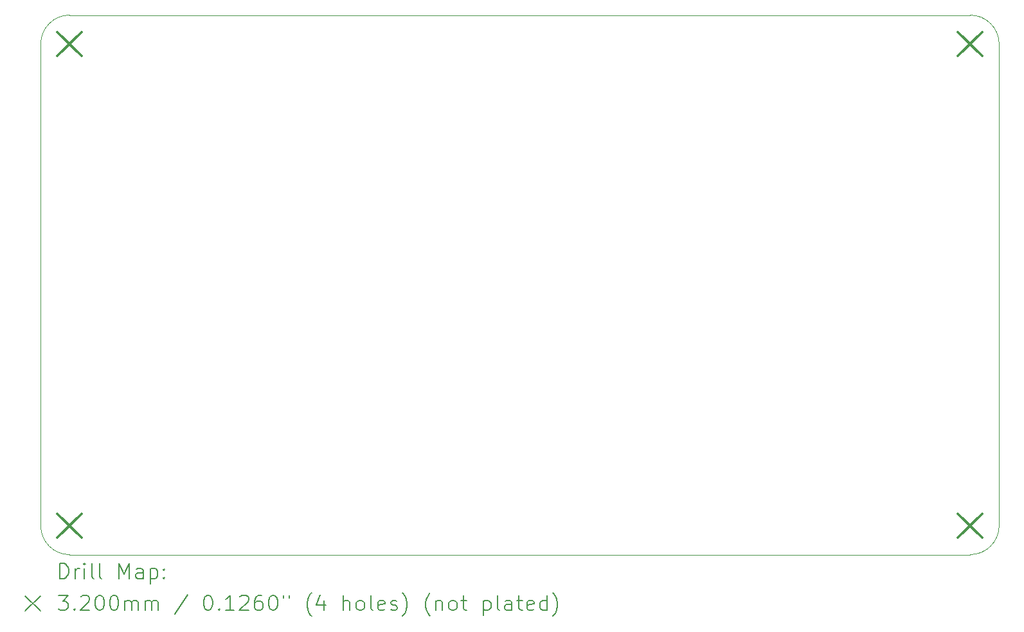
<source format=gbr>
%FSLAX45Y45*%
G04 Gerber Fmt 4.5, Leading zero omitted, Abs format (unit mm)*
G04 Created by KiCad (PCBNEW (6.0.0)) date 2022-01-24 17:50:58*
%MOMM*%
%LPD*%
G01*
G04 APERTURE LIST*
%TA.AperFunction,Profile*%
%ADD10C,0.100000*%
%TD*%
%ADD11C,0.200000*%
%ADD12C,0.320000*%
G04 APERTURE END LIST*
D10*
X11125200Y-12446000D02*
G75*
G03*
X11506200Y-12827000I381000J0D01*
G01*
X23749000Y-12446000D02*
X23749000Y-6096000D01*
X11506200Y-5715000D02*
X23368000Y-5715000D01*
X11506200Y-5715000D02*
G75*
G03*
X11125200Y-6096000I0J-381000D01*
G01*
X23368000Y-12827000D02*
G75*
G03*
X23749000Y-12446000I0J381000D01*
G01*
X11125200Y-6096000D02*
X11125200Y-12446000D01*
X11506200Y-12827000D02*
X23368000Y-12827000D01*
X23749000Y-6096000D02*
G75*
G03*
X23368000Y-5715000I-381000J0D01*
G01*
D11*
D12*
X11346200Y-5936000D02*
X11666200Y-6256000D01*
X11666200Y-5936000D02*
X11346200Y-6256000D01*
X11346200Y-12286000D02*
X11666200Y-12606000D01*
X11666200Y-12286000D02*
X11346200Y-12606000D01*
X23208000Y-5936000D02*
X23528000Y-6256000D01*
X23528000Y-5936000D02*
X23208000Y-6256000D01*
X23208000Y-12286000D02*
X23528000Y-12606000D01*
X23528000Y-12286000D02*
X23208000Y-12606000D01*
D11*
X11377819Y-13142476D02*
X11377819Y-12942476D01*
X11425438Y-12942476D01*
X11454009Y-12952000D01*
X11473057Y-12971048D01*
X11482581Y-12990095D01*
X11492105Y-13028190D01*
X11492105Y-13056762D01*
X11482581Y-13094857D01*
X11473057Y-13113905D01*
X11454009Y-13132952D01*
X11425438Y-13142476D01*
X11377819Y-13142476D01*
X11577819Y-13142476D02*
X11577819Y-13009143D01*
X11577819Y-13047238D02*
X11587343Y-13028190D01*
X11596867Y-13018667D01*
X11615914Y-13009143D01*
X11634962Y-13009143D01*
X11701628Y-13142476D02*
X11701628Y-13009143D01*
X11701628Y-12942476D02*
X11692105Y-12952000D01*
X11701628Y-12961524D01*
X11711152Y-12952000D01*
X11701628Y-12942476D01*
X11701628Y-12961524D01*
X11825438Y-13142476D02*
X11806390Y-13132952D01*
X11796867Y-13113905D01*
X11796867Y-12942476D01*
X11930200Y-13142476D02*
X11911152Y-13132952D01*
X11901628Y-13113905D01*
X11901628Y-12942476D01*
X12158771Y-13142476D02*
X12158771Y-12942476D01*
X12225438Y-13085333D01*
X12292105Y-12942476D01*
X12292105Y-13142476D01*
X12473057Y-13142476D02*
X12473057Y-13037714D01*
X12463533Y-13018667D01*
X12444486Y-13009143D01*
X12406390Y-13009143D01*
X12387343Y-13018667D01*
X12473057Y-13132952D02*
X12454009Y-13142476D01*
X12406390Y-13142476D01*
X12387343Y-13132952D01*
X12377819Y-13113905D01*
X12377819Y-13094857D01*
X12387343Y-13075809D01*
X12406390Y-13066286D01*
X12454009Y-13066286D01*
X12473057Y-13056762D01*
X12568295Y-13009143D02*
X12568295Y-13209143D01*
X12568295Y-13018667D02*
X12587343Y-13009143D01*
X12625438Y-13009143D01*
X12644486Y-13018667D01*
X12654009Y-13028190D01*
X12663533Y-13047238D01*
X12663533Y-13104381D01*
X12654009Y-13123428D01*
X12644486Y-13132952D01*
X12625438Y-13142476D01*
X12587343Y-13142476D01*
X12568295Y-13132952D01*
X12749248Y-13123428D02*
X12758771Y-13132952D01*
X12749248Y-13142476D01*
X12739724Y-13132952D01*
X12749248Y-13123428D01*
X12749248Y-13142476D01*
X12749248Y-13018667D02*
X12758771Y-13028190D01*
X12749248Y-13037714D01*
X12739724Y-13028190D01*
X12749248Y-13018667D01*
X12749248Y-13037714D01*
X10920200Y-13372000D02*
X11120200Y-13572000D01*
X11120200Y-13372000D02*
X10920200Y-13572000D01*
X11358771Y-13362476D02*
X11482581Y-13362476D01*
X11415914Y-13438667D01*
X11444486Y-13438667D01*
X11463533Y-13448190D01*
X11473057Y-13457714D01*
X11482581Y-13476762D01*
X11482581Y-13524381D01*
X11473057Y-13543428D01*
X11463533Y-13552952D01*
X11444486Y-13562476D01*
X11387343Y-13562476D01*
X11368295Y-13552952D01*
X11358771Y-13543428D01*
X11568295Y-13543428D02*
X11577819Y-13552952D01*
X11568295Y-13562476D01*
X11558771Y-13552952D01*
X11568295Y-13543428D01*
X11568295Y-13562476D01*
X11654009Y-13381524D02*
X11663533Y-13372000D01*
X11682581Y-13362476D01*
X11730200Y-13362476D01*
X11749248Y-13372000D01*
X11758771Y-13381524D01*
X11768295Y-13400571D01*
X11768295Y-13419619D01*
X11758771Y-13448190D01*
X11644486Y-13562476D01*
X11768295Y-13562476D01*
X11892105Y-13362476D02*
X11911152Y-13362476D01*
X11930200Y-13372000D01*
X11939724Y-13381524D01*
X11949248Y-13400571D01*
X11958771Y-13438667D01*
X11958771Y-13486286D01*
X11949248Y-13524381D01*
X11939724Y-13543428D01*
X11930200Y-13552952D01*
X11911152Y-13562476D01*
X11892105Y-13562476D01*
X11873057Y-13552952D01*
X11863533Y-13543428D01*
X11854009Y-13524381D01*
X11844486Y-13486286D01*
X11844486Y-13438667D01*
X11854009Y-13400571D01*
X11863533Y-13381524D01*
X11873057Y-13372000D01*
X11892105Y-13362476D01*
X12082581Y-13362476D02*
X12101628Y-13362476D01*
X12120676Y-13372000D01*
X12130200Y-13381524D01*
X12139724Y-13400571D01*
X12149248Y-13438667D01*
X12149248Y-13486286D01*
X12139724Y-13524381D01*
X12130200Y-13543428D01*
X12120676Y-13552952D01*
X12101628Y-13562476D01*
X12082581Y-13562476D01*
X12063533Y-13552952D01*
X12054009Y-13543428D01*
X12044486Y-13524381D01*
X12034962Y-13486286D01*
X12034962Y-13438667D01*
X12044486Y-13400571D01*
X12054009Y-13381524D01*
X12063533Y-13372000D01*
X12082581Y-13362476D01*
X12234962Y-13562476D02*
X12234962Y-13429143D01*
X12234962Y-13448190D02*
X12244486Y-13438667D01*
X12263533Y-13429143D01*
X12292105Y-13429143D01*
X12311152Y-13438667D01*
X12320676Y-13457714D01*
X12320676Y-13562476D01*
X12320676Y-13457714D02*
X12330200Y-13438667D01*
X12349248Y-13429143D01*
X12377819Y-13429143D01*
X12396867Y-13438667D01*
X12406390Y-13457714D01*
X12406390Y-13562476D01*
X12501628Y-13562476D02*
X12501628Y-13429143D01*
X12501628Y-13448190D02*
X12511152Y-13438667D01*
X12530200Y-13429143D01*
X12558771Y-13429143D01*
X12577819Y-13438667D01*
X12587343Y-13457714D01*
X12587343Y-13562476D01*
X12587343Y-13457714D02*
X12596867Y-13438667D01*
X12615914Y-13429143D01*
X12644486Y-13429143D01*
X12663533Y-13438667D01*
X12673057Y-13457714D01*
X12673057Y-13562476D01*
X13063533Y-13352952D02*
X12892105Y-13610095D01*
X13320676Y-13362476D02*
X13339724Y-13362476D01*
X13358771Y-13372000D01*
X13368295Y-13381524D01*
X13377819Y-13400571D01*
X13387343Y-13438667D01*
X13387343Y-13486286D01*
X13377819Y-13524381D01*
X13368295Y-13543428D01*
X13358771Y-13552952D01*
X13339724Y-13562476D01*
X13320676Y-13562476D01*
X13301628Y-13552952D01*
X13292105Y-13543428D01*
X13282581Y-13524381D01*
X13273057Y-13486286D01*
X13273057Y-13438667D01*
X13282581Y-13400571D01*
X13292105Y-13381524D01*
X13301628Y-13372000D01*
X13320676Y-13362476D01*
X13473057Y-13543428D02*
X13482581Y-13552952D01*
X13473057Y-13562476D01*
X13463533Y-13552952D01*
X13473057Y-13543428D01*
X13473057Y-13562476D01*
X13673057Y-13562476D02*
X13558771Y-13562476D01*
X13615914Y-13562476D02*
X13615914Y-13362476D01*
X13596867Y-13391048D01*
X13577819Y-13410095D01*
X13558771Y-13419619D01*
X13749248Y-13381524D02*
X13758771Y-13372000D01*
X13777819Y-13362476D01*
X13825438Y-13362476D01*
X13844486Y-13372000D01*
X13854009Y-13381524D01*
X13863533Y-13400571D01*
X13863533Y-13419619D01*
X13854009Y-13448190D01*
X13739724Y-13562476D01*
X13863533Y-13562476D01*
X14034962Y-13362476D02*
X13996867Y-13362476D01*
X13977819Y-13372000D01*
X13968295Y-13381524D01*
X13949248Y-13410095D01*
X13939724Y-13448190D01*
X13939724Y-13524381D01*
X13949248Y-13543428D01*
X13958771Y-13552952D01*
X13977819Y-13562476D01*
X14015914Y-13562476D01*
X14034962Y-13552952D01*
X14044486Y-13543428D01*
X14054009Y-13524381D01*
X14054009Y-13476762D01*
X14044486Y-13457714D01*
X14034962Y-13448190D01*
X14015914Y-13438667D01*
X13977819Y-13438667D01*
X13958771Y-13448190D01*
X13949248Y-13457714D01*
X13939724Y-13476762D01*
X14177819Y-13362476D02*
X14196867Y-13362476D01*
X14215914Y-13372000D01*
X14225438Y-13381524D01*
X14234962Y-13400571D01*
X14244486Y-13438667D01*
X14244486Y-13486286D01*
X14234962Y-13524381D01*
X14225438Y-13543428D01*
X14215914Y-13552952D01*
X14196867Y-13562476D01*
X14177819Y-13562476D01*
X14158771Y-13552952D01*
X14149248Y-13543428D01*
X14139724Y-13524381D01*
X14130200Y-13486286D01*
X14130200Y-13438667D01*
X14139724Y-13400571D01*
X14149248Y-13381524D01*
X14158771Y-13372000D01*
X14177819Y-13362476D01*
X14320676Y-13362476D02*
X14320676Y-13400571D01*
X14396867Y-13362476D02*
X14396867Y-13400571D01*
X14692105Y-13638667D02*
X14682581Y-13629143D01*
X14663533Y-13600571D01*
X14654009Y-13581524D01*
X14644486Y-13552952D01*
X14634962Y-13505333D01*
X14634962Y-13467238D01*
X14644486Y-13419619D01*
X14654009Y-13391048D01*
X14663533Y-13372000D01*
X14682581Y-13343428D01*
X14692105Y-13333905D01*
X14854009Y-13429143D02*
X14854009Y-13562476D01*
X14806390Y-13352952D02*
X14758771Y-13495809D01*
X14882581Y-13495809D01*
X15111152Y-13562476D02*
X15111152Y-13362476D01*
X15196867Y-13562476D02*
X15196867Y-13457714D01*
X15187343Y-13438667D01*
X15168295Y-13429143D01*
X15139724Y-13429143D01*
X15120676Y-13438667D01*
X15111152Y-13448190D01*
X15320676Y-13562476D02*
X15301628Y-13552952D01*
X15292105Y-13543428D01*
X15282581Y-13524381D01*
X15282581Y-13467238D01*
X15292105Y-13448190D01*
X15301628Y-13438667D01*
X15320676Y-13429143D01*
X15349248Y-13429143D01*
X15368295Y-13438667D01*
X15377819Y-13448190D01*
X15387343Y-13467238D01*
X15387343Y-13524381D01*
X15377819Y-13543428D01*
X15368295Y-13552952D01*
X15349248Y-13562476D01*
X15320676Y-13562476D01*
X15501628Y-13562476D02*
X15482581Y-13552952D01*
X15473057Y-13533905D01*
X15473057Y-13362476D01*
X15654009Y-13552952D02*
X15634962Y-13562476D01*
X15596867Y-13562476D01*
X15577819Y-13552952D01*
X15568295Y-13533905D01*
X15568295Y-13457714D01*
X15577819Y-13438667D01*
X15596867Y-13429143D01*
X15634962Y-13429143D01*
X15654009Y-13438667D01*
X15663533Y-13457714D01*
X15663533Y-13476762D01*
X15568295Y-13495809D01*
X15739724Y-13552952D02*
X15758771Y-13562476D01*
X15796867Y-13562476D01*
X15815914Y-13552952D01*
X15825438Y-13533905D01*
X15825438Y-13524381D01*
X15815914Y-13505333D01*
X15796867Y-13495809D01*
X15768295Y-13495809D01*
X15749248Y-13486286D01*
X15739724Y-13467238D01*
X15739724Y-13457714D01*
X15749248Y-13438667D01*
X15768295Y-13429143D01*
X15796867Y-13429143D01*
X15815914Y-13438667D01*
X15892105Y-13638667D02*
X15901628Y-13629143D01*
X15920676Y-13600571D01*
X15930200Y-13581524D01*
X15939724Y-13552952D01*
X15949248Y-13505333D01*
X15949248Y-13467238D01*
X15939724Y-13419619D01*
X15930200Y-13391048D01*
X15920676Y-13372000D01*
X15901628Y-13343428D01*
X15892105Y-13333905D01*
X16254009Y-13638667D02*
X16244486Y-13629143D01*
X16225438Y-13600571D01*
X16215914Y-13581524D01*
X16206390Y-13552952D01*
X16196867Y-13505333D01*
X16196867Y-13467238D01*
X16206390Y-13419619D01*
X16215914Y-13391048D01*
X16225438Y-13372000D01*
X16244486Y-13343428D01*
X16254009Y-13333905D01*
X16330200Y-13429143D02*
X16330200Y-13562476D01*
X16330200Y-13448190D02*
X16339724Y-13438667D01*
X16358771Y-13429143D01*
X16387343Y-13429143D01*
X16406390Y-13438667D01*
X16415914Y-13457714D01*
X16415914Y-13562476D01*
X16539724Y-13562476D02*
X16520676Y-13552952D01*
X16511152Y-13543428D01*
X16501628Y-13524381D01*
X16501628Y-13467238D01*
X16511152Y-13448190D01*
X16520676Y-13438667D01*
X16539724Y-13429143D01*
X16568295Y-13429143D01*
X16587343Y-13438667D01*
X16596867Y-13448190D01*
X16606390Y-13467238D01*
X16606390Y-13524381D01*
X16596867Y-13543428D01*
X16587343Y-13552952D01*
X16568295Y-13562476D01*
X16539724Y-13562476D01*
X16663533Y-13429143D02*
X16739724Y-13429143D01*
X16692105Y-13362476D02*
X16692105Y-13533905D01*
X16701628Y-13552952D01*
X16720676Y-13562476D01*
X16739724Y-13562476D01*
X16958771Y-13429143D02*
X16958771Y-13629143D01*
X16958771Y-13438667D02*
X16977819Y-13429143D01*
X17015914Y-13429143D01*
X17034962Y-13438667D01*
X17044486Y-13448190D01*
X17054010Y-13467238D01*
X17054010Y-13524381D01*
X17044486Y-13543428D01*
X17034962Y-13552952D01*
X17015914Y-13562476D01*
X16977819Y-13562476D01*
X16958771Y-13552952D01*
X17168295Y-13562476D02*
X17149248Y-13552952D01*
X17139724Y-13533905D01*
X17139724Y-13362476D01*
X17330200Y-13562476D02*
X17330200Y-13457714D01*
X17320676Y-13438667D01*
X17301629Y-13429143D01*
X17263533Y-13429143D01*
X17244486Y-13438667D01*
X17330200Y-13552952D02*
X17311152Y-13562476D01*
X17263533Y-13562476D01*
X17244486Y-13552952D01*
X17234962Y-13533905D01*
X17234962Y-13514857D01*
X17244486Y-13495809D01*
X17263533Y-13486286D01*
X17311152Y-13486286D01*
X17330200Y-13476762D01*
X17396867Y-13429143D02*
X17473057Y-13429143D01*
X17425438Y-13362476D02*
X17425438Y-13533905D01*
X17434962Y-13552952D01*
X17454010Y-13562476D01*
X17473057Y-13562476D01*
X17615914Y-13552952D02*
X17596867Y-13562476D01*
X17558771Y-13562476D01*
X17539724Y-13552952D01*
X17530200Y-13533905D01*
X17530200Y-13457714D01*
X17539724Y-13438667D01*
X17558771Y-13429143D01*
X17596867Y-13429143D01*
X17615914Y-13438667D01*
X17625438Y-13457714D01*
X17625438Y-13476762D01*
X17530200Y-13495809D01*
X17796867Y-13562476D02*
X17796867Y-13362476D01*
X17796867Y-13552952D02*
X17777819Y-13562476D01*
X17739724Y-13562476D01*
X17720676Y-13552952D01*
X17711152Y-13543428D01*
X17701629Y-13524381D01*
X17701629Y-13467238D01*
X17711152Y-13448190D01*
X17720676Y-13438667D01*
X17739724Y-13429143D01*
X17777819Y-13429143D01*
X17796867Y-13438667D01*
X17873057Y-13638667D02*
X17882581Y-13629143D01*
X17901629Y-13600571D01*
X17911152Y-13581524D01*
X17920676Y-13552952D01*
X17930200Y-13505333D01*
X17930200Y-13467238D01*
X17920676Y-13419619D01*
X17911152Y-13391048D01*
X17901629Y-13372000D01*
X17882581Y-13343428D01*
X17873057Y-13333905D01*
M02*

</source>
